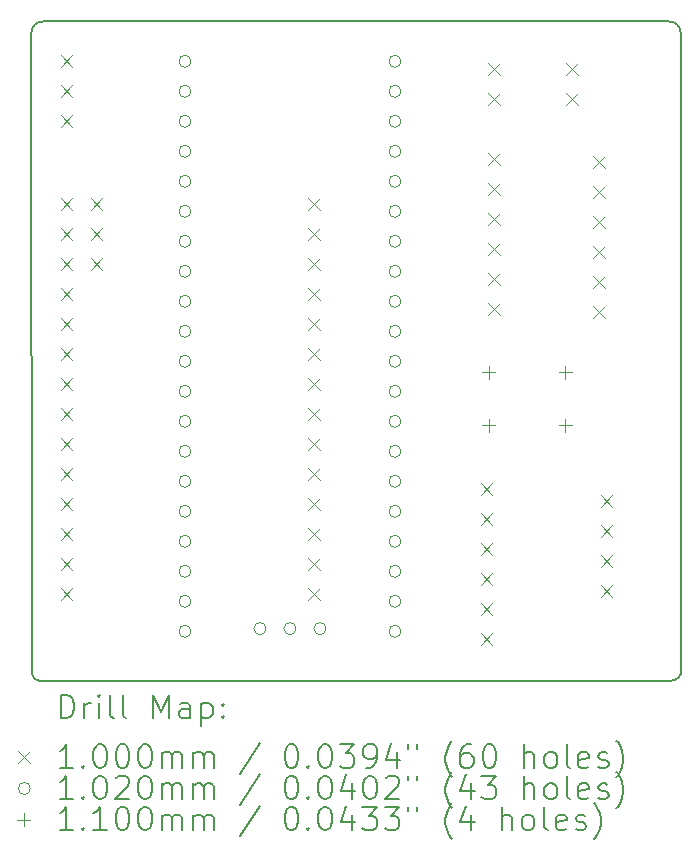
<source format=gbr>
%FSLAX45Y45*%
G04 Gerber Fmt 4.5, Leading zero omitted, Abs format (unit mm)*
G04 Created by KiCad (PCBNEW (6.0.0)) date 2022-03-22 13:40:35*
%MOMM*%
%LPD*%
G01*
G04 APERTURE LIST*
%TA.AperFunction,Profile*%
%ADD10C,0.150000*%
%TD*%
%ADD11C,0.200000*%
%ADD12C,0.100000*%
%ADD13C,0.102000*%
%ADD14C,0.110000*%
G04 APERTURE END LIST*
D10*
X18510250Y-13182600D02*
X13169900Y-13182600D01*
X13200000Y-7600000D02*
X18500000Y-7600000D01*
X18600000Y-7700000D02*
G75*
G03*
X18500000Y-7600000I-100000J0D01*
G01*
X18510250Y-13182600D02*
G75*
G03*
X18605500Y-13093700I6139J88900D01*
G01*
X13106400Y-13119100D02*
G75*
G03*
X13169900Y-13182600I63500J0D01*
G01*
X13200000Y-7600000D02*
G75*
G03*
X13100000Y-7700000I0J-100000D01*
G01*
X13100000Y-7700000D02*
X13106400Y-13119100D01*
X18600000Y-7700000D02*
X18605500Y-13093700D01*
D11*
D12*
X13348500Y-7887500D02*
X13448500Y-7987500D01*
X13448500Y-7887500D02*
X13348500Y-7987500D01*
X13348500Y-8141500D02*
X13448500Y-8241500D01*
X13448500Y-8141500D02*
X13348500Y-8241500D01*
X13348500Y-8395500D02*
X13448500Y-8495500D01*
X13448500Y-8395500D02*
X13348500Y-8495500D01*
X13348500Y-9094000D02*
X13448500Y-9194000D01*
X13448500Y-9094000D02*
X13348500Y-9194000D01*
X13348500Y-9348000D02*
X13448500Y-9448000D01*
X13448500Y-9348000D02*
X13348500Y-9448000D01*
X13348500Y-9602000D02*
X13448500Y-9702000D01*
X13448500Y-9602000D02*
X13348500Y-9702000D01*
X13348500Y-9856000D02*
X13448500Y-9956000D01*
X13448500Y-9856000D02*
X13348500Y-9956000D01*
X13348500Y-10110000D02*
X13448500Y-10210000D01*
X13448500Y-10110000D02*
X13348500Y-10210000D01*
X13348500Y-10364000D02*
X13448500Y-10464000D01*
X13448500Y-10364000D02*
X13348500Y-10464000D01*
X13348500Y-10618000D02*
X13448500Y-10718000D01*
X13448500Y-10618000D02*
X13348500Y-10718000D01*
X13348500Y-10872000D02*
X13448500Y-10972000D01*
X13448500Y-10872000D02*
X13348500Y-10972000D01*
X13348500Y-11126000D02*
X13448500Y-11226000D01*
X13448500Y-11126000D02*
X13348500Y-11226000D01*
X13348500Y-11380000D02*
X13448500Y-11480000D01*
X13448500Y-11380000D02*
X13348500Y-11480000D01*
X13348500Y-11634000D02*
X13448500Y-11734000D01*
X13448500Y-11634000D02*
X13348500Y-11734000D01*
X13348500Y-11888000D02*
X13448500Y-11988000D01*
X13448500Y-11888000D02*
X13348500Y-11988000D01*
X13348500Y-12142000D02*
X13448500Y-12242000D01*
X13448500Y-12142000D02*
X13348500Y-12242000D01*
X13348500Y-12396000D02*
X13448500Y-12496000D01*
X13448500Y-12396000D02*
X13348500Y-12496000D01*
X13602500Y-9094000D02*
X13702500Y-9194000D01*
X13702500Y-9094000D02*
X13602500Y-9194000D01*
X13602500Y-9348000D02*
X13702500Y-9448000D01*
X13702500Y-9348000D02*
X13602500Y-9448000D01*
X13602500Y-9602000D02*
X13702500Y-9702000D01*
X13702500Y-9602000D02*
X13602500Y-9702000D01*
X15444000Y-9094000D02*
X15544000Y-9194000D01*
X15544000Y-9094000D02*
X15444000Y-9194000D01*
X15444000Y-9348000D02*
X15544000Y-9448000D01*
X15544000Y-9348000D02*
X15444000Y-9448000D01*
X15444000Y-9602000D02*
X15544000Y-9702000D01*
X15544000Y-9602000D02*
X15444000Y-9702000D01*
X15444000Y-9856000D02*
X15544000Y-9956000D01*
X15544000Y-9856000D02*
X15444000Y-9956000D01*
X15444000Y-10110000D02*
X15544000Y-10210000D01*
X15544000Y-10110000D02*
X15444000Y-10210000D01*
X15444000Y-10364000D02*
X15544000Y-10464000D01*
X15544000Y-10364000D02*
X15444000Y-10464000D01*
X15444000Y-10618000D02*
X15544000Y-10718000D01*
X15544000Y-10618000D02*
X15444000Y-10718000D01*
X15444000Y-10872000D02*
X15544000Y-10972000D01*
X15544000Y-10872000D02*
X15444000Y-10972000D01*
X15444000Y-11126000D02*
X15544000Y-11226000D01*
X15544000Y-11126000D02*
X15444000Y-11226000D01*
X15444000Y-11380000D02*
X15544000Y-11480000D01*
X15544000Y-11380000D02*
X15444000Y-11480000D01*
X15444000Y-11634000D02*
X15544000Y-11734000D01*
X15544000Y-11634000D02*
X15444000Y-11734000D01*
X15444000Y-11888000D02*
X15544000Y-11988000D01*
X15544000Y-11888000D02*
X15444000Y-11988000D01*
X15444000Y-12142000D02*
X15544000Y-12242000D01*
X15544000Y-12142000D02*
X15444000Y-12242000D01*
X15444000Y-12396000D02*
X15544000Y-12496000D01*
X15544000Y-12396000D02*
X15444000Y-12496000D01*
X16904500Y-11507000D02*
X17004500Y-11607000D01*
X17004500Y-11507000D02*
X16904500Y-11607000D01*
X16904500Y-11761000D02*
X17004500Y-11861000D01*
X17004500Y-11761000D02*
X16904500Y-11861000D01*
X16904500Y-12015000D02*
X17004500Y-12115000D01*
X17004500Y-12015000D02*
X16904500Y-12115000D01*
X16904500Y-12269000D02*
X17004500Y-12369000D01*
X17004500Y-12269000D02*
X16904500Y-12369000D01*
X16904500Y-12523000D02*
X17004500Y-12623000D01*
X17004500Y-12523000D02*
X16904500Y-12623000D01*
X16904500Y-12777000D02*
X17004500Y-12877000D01*
X17004500Y-12777000D02*
X16904500Y-12877000D01*
X16968000Y-7951000D02*
X17068000Y-8051000D01*
X17068000Y-7951000D02*
X16968000Y-8051000D01*
X16968000Y-8205000D02*
X17068000Y-8305000D01*
X17068000Y-8205000D02*
X16968000Y-8305000D01*
X16968000Y-8713000D02*
X17068000Y-8813000D01*
X17068000Y-8713000D02*
X16968000Y-8813000D01*
X16968000Y-8967000D02*
X17068000Y-9067000D01*
X17068000Y-8967000D02*
X16968000Y-9067000D01*
X16968000Y-9221000D02*
X17068000Y-9321000D01*
X17068000Y-9221000D02*
X16968000Y-9321000D01*
X16968000Y-9475000D02*
X17068000Y-9575000D01*
X17068000Y-9475000D02*
X16968000Y-9575000D01*
X16968000Y-9729000D02*
X17068000Y-9829000D01*
X17068000Y-9729000D02*
X16968000Y-9829000D01*
X16968000Y-9983000D02*
X17068000Y-10083000D01*
X17068000Y-9983000D02*
X16968000Y-10083000D01*
X17628400Y-7950500D02*
X17728400Y-8050500D01*
X17728400Y-7950500D02*
X17628400Y-8050500D01*
X17628400Y-8204500D02*
X17728400Y-8304500D01*
X17728400Y-8204500D02*
X17628400Y-8304500D01*
X17857000Y-8738400D02*
X17957000Y-8838400D01*
X17957000Y-8738400D02*
X17857000Y-8838400D01*
X17857000Y-8992400D02*
X17957000Y-9092400D01*
X17957000Y-8992400D02*
X17857000Y-9092400D01*
X17857000Y-9246400D02*
X17957000Y-9346400D01*
X17957000Y-9246400D02*
X17857000Y-9346400D01*
X17857000Y-9500400D02*
X17957000Y-9600400D01*
X17957000Y-9500400D02*
X17857000Y-9600400D01*
X17857000Y-9754400D02*
X17957000Y-9854400D01*
X17957000Y-9754400D02*
X17857000Y-9854400D01*
X17857000Y-10008400D02*
X17957000Y-10108400D01*
X17957000Y-10008400D02*
X17857000Y-10108400D01*
X17920500Y-11608600D02*
X18020500Y-11708600D01*
X18020500Y-11608600D02*
X17920500Y-11708600D01*
X17920500Y-11862600D02*
X18020500Y-11962600D01*
X18020500Y-11862600D02*
X17920500Y-11962600D01*
X17920500Y-12116600D02*
X18020500Y-12216600D01*
X18020500Y-12116600D02*
X17920500Y-12216600D01*
X17920500Y-12370600D02*
X18020500Y-12470600D01*
X18020500Y-12370600D02*
X17920500Y-12470600D01*
D13*
X14452800Y-7937500D02*
G75*
G03*
X14452800Y-7937500I-51000J0D01*
G01*
X14452800Y-8191500D02*
G75*
G03*
X14452800Y-8191500I-51000J0D01*
G01*
X14452800Y-8445500D02*
G75*
G03*
X14452800Y-8445500I-51000J0D01*
G01*
X14452800Y-8699500D02*
G75*
G03*
X14452800Y-8699500I-51000J0D01*
G01*
X14452800Y-8953500D02*
G75*
G03*
X14452800Y-8953500I-51000J0D01*
G01*
X14452800Y-9207500D02*
G75*
G03*
X14452800Y-9207500I-51000J0D01*
G01*
X14452800Y-9461500D02*
G75*
G03*
X14452800Y-9461500I-51000J0D01*
G01*
X14452800Y-9715500D02*
G75*
G03*
X14452800Y-9715500I-51000J0D01*
G01*
X14452800Y-9969500D02*
G75*
G03*
X14452800Y-9969500I-51000J0D01*
G01*
X14452800Y-10223500D02*
G75*
G03*
X14452800Y-10223500I-51000J0D01*
G01*
X14452800Y-10477500D02*
G75*
G03*
X14452800Y-10477500I-51000J0D01*
G01*
X14452800Y-10731500D02*
G75*
G03*
X14452800Y-10731500I-51000J0D01*
G01*
X14452800Y-10985500D02*
G75*
G03*
X14452800Y-10985500I-51000J0D01*
G01*
X14452800Y-11239500D02*
G75*
G03*
X14452800Y-11239500I-51000J0D01*
G01*
X14452800Y-11493500D02*
G75*
G03*
X14452800Y-11493500I-51000J0D01*
G01*
X14452800Y-11747500D02*
G75*
G03*
X14452800Y-11747500I-51000J0D01*
G01*
X14452800Y-12001500D02*
G75*
G03*
X14452800Y-12001500I-51000J0D01*
G01*
X14452800Y-12255500D02*
G75*
G03*
X14452800Y-12255500I-51000J0D01*
G01*
X14452800Y-12509500D02*
G75*
G03*
X14452800Y-12509500I-51000J0D01*
G01*
X14452800Y-12763500D02*
G75*
G03*
X14452800Y-12763500I-51000J0D01*
G01*
X15087800Y-12740500D02*
G75*
G03*
X15087800Y-12740500I-51000J0D01*
G01*
X15341800Y-12740500D02*
G75*
G03*
X15341800Y-12740500I-51000J0D01*
G01*
X15595800Y-12740500D02*
G75*
G03*
X15595800Y-12740500I-51000J0D01*
G01*
X16230800Y-7937500D02*
G75*
G03*
X16230800Y-7937500I-51000J0D01*
G01*
X16230800Y-8191500D02*
G75*
G03*
X16230800Y-8191500I-51000J0D01*
G01*
X16230800Y-8445500D02*
G75*
G03*
X16230800Y-8445500I-51000J0D01*
G01*
X16230800Y-8699500D02*
G75*
G03*
X16230800Y-8699500I-51000J0D01*
G01*
X16230800Y-8953500D02*
G75*
G03*
X16230800Y-8953500I-51000J0D01*
G01*
X16230800Y-9207500D02*
G75*
G03*
X16230800Y-9207500I-51000J0D01*
G01*
X16230800Y-9461500D02*
G75*
G03*
X16230800Y-9461500I-51000J0D01*
G01*
X16230800Y-9715500D02*
G75*
G03*
X16230800Y-9715500I-51000J0D01*
G01*
X16230800Y-9969500D02*
G75*
G03*
X16230800Y-9969500I-51000J0D01*
G01*
X16230800Y-10223500D02*
G75*
G03*
X16230800Y-10223500I-51000J0D01*
G01*
X16230800Y-10477500D02*
G75*
G03*
X16230800Y-10477500I-51000J0D01*
G01*
X16230800Y-10731500D02*
G75*
G03*
X16230800Y-10731500I-51000J0D01*
G01*
X16230800Y-10985500D02*
G75*
G03*
X16230800Y-10985500I-51000J0D01*
G01*
X16230800Y-11239500D02*
G75*
G03*
X16230800Y-11239500I-51000J0D01*
G01*
X16230800Y-11493500D02*
G75*
G03*
X16230800Y-11493500I-51000J0D01*
G01*
X16230800Y-11747500D02*
G75*
G03*
X16230800Y-11747500I-51000J0D01*
G01*
X16230800Y-12001500D02*
G75*
G03*
X16230800Y-12001500I-51000J0D01*
G01*
X16230800Y-12255500D02*
G75*
G03*
X16230800Y-12255500I-51000J0D01*
G01*
X16230800Y-12509500D02*
G75*
G03*
X16230800Y-12509500I-51000J0D01*
G01*
X16230800Y-12763500D02*
G75*
G03*
X16230800Y-12763500I-51000J0D01*
G01*
D14*
X16972400Y-10515000D02*
X16972400Y-10625000D01*
X16917400Y-10570000D02*
X17027400Y-10570000D01*
X16972400Y-10965000D02*
X16972400Y-11075000D01*
X16917400Y-11020000D02*
X17027400Y-11020000D01*
X17622400Y-10515000D02*
X17622400Y-10625000D01*
X17567400Y-10570000D02*
X17677400Y-10570000D01*
X17622400Y-10965000D02*
X17622400Y-11075000D01*
X17567400Y-11020000D02*
X17677400Y-11020000D01*
D11*
X13350119Y-13500788D02*
X13350119Y-13300788D01*
X13397738Y-13300788D01*
X13426309Y-13310312D01*
X13445357Y-13329359D01*
X13454881Y-13348407D01*
X13464405Y-13386502D01*
X13464405Y-13415074D01*
X13454881Y-13453169D01*
X13445357Y-13472216D01*
X13426309Y-13491264D01*
X13397738Y-13500788D01*
X13350119Y-13500788D01*
X13550119Y-13500788D02*
X13550119Y-13367454D01*
X13550119Y-13405550D02*
X13559643Y-13386502D01*
X13569167Y-13376978D01*
X13588214Y-13367454D01*
X13607262Y-13367454D01*
X13673928Y-13500788D02*
X13673928Y-13367454D01*
X13673928Y-13300788D02*
X13664405Y-13310312D01*
X13673928Y-13319835D01*
X13683452Y-13310312D01*
X13673928Y-13300788D01*
X13673928Y-13319835D01*
X13797738Y-13500788D02*
X13778690Y-13491264D01*
X13769167Y-13472216D01*
X13769167Y-13300788D01*
X13902500Y-13500788D02*
X13883452Y-13491264D01*
X13873928Y-13472216D01*
X13873928Y-13300788D01*
X14131071Y-13500788D02*
X14131071Y-13300788D01*
X14197738Y-13443645D01*
X14264405Y-13300788D01*
X14264405Y-13500788D01*
X14445357Y-13500788D02*
X14445357Y-13396026D01*
X14435833Y-13376978D01*
X14416786Y-13367454D01*
X14378690Y-13367454D01*
X14359643Y-13376978D01*
X14445357Y-13491264D02*
X14426309Y-13500788D01*
X14378690Y-13500788D01*
X14359643Y-13491264D01*
X14350119Y-13472216D01*
X14350119Y-13453169D01*
X14359643Y-13434121D01*
X14378690Y-13424597D01*
X14426309Y-13424597D01*
X14445357Y-13415074D01*
X14540595Y-13367454D02*
X14540595Y-13567454D01*
X14540595Y-13376978D02*
X14559643Y-13367454D01*
X14597738Y-13367454D01*
X14616786Y-13376978D01*
X14626309Y-13386502D01*
X14635833Y-13405550D01*
X14635833Y-13462693D01*
X14626309Y-13481740D01*
X14616786Y-13491264D01*
X14597738Y-13500788D01*
X14559643Y-13500788D01*
X14540595Y-13491264D01*
X14721548Y-13481740D02*
X14731071Y-13491264D01*
X14721548Y-13500788D01*
X14712024Y-13491264D01*
X14721548Y-13481740D01*
X14721548Y-13500788D01*
X14721548Y-13376978D02*
X14731071Y-13386502D01*
X14721548Y-13396026D01*
X14712024Y-13386502D01*
X14721548Y-13376978D01*
X14721548Y-13396026D01*
D12*
X12992500Y-13780312D02*
X13092500Y-13880312D01*
X13092500Y-13780312D02*
X12992500Y-13880312D01*
D11*
X13454881Y-13920788D02*
X13340595Y-13920788D01*
X13397738Y-13920788D02*
X13397738Y-13720788D01*
X13378690Y-13749359D01*
X13359643Y-13768407D01*
X13340595Y-13777931D01*
X13540595Y-13901740D02*
X13550119Y-13911264D01*
X13540595Y-13920788D01*
X13531071Y-13911264D01*
X13540595Y-13901740D01*
X13540595Y-13920788D01*
X13673928Y-13720788D02*
X13692976Y-13720788D01*
X13712024Y-13730312D01*
X13721548Y-13739835D01*
X13731071Y-13758883D01*
X13740595Y-13796978D01*
X13740595Y-13844597D01*
X13731071Y-13882693D01*
X13721548Y-13901740D01*
X13712024Y-13911264D01*
X13692976Y-13920788D01*
X13673928Y-13920788D01*
X13654881Y-13911264D01*
X13645357Y-13901740D01*
X13635833Y-13882693D01*
X13626309Y-13844597D01*
X13626309Y-13796978D01*
X13635833Y-13758883D01*
X13645357Y-13739835D01*
X13654881Y-13730312D01*
X13673928Y-13720788D01*
X13864405Y-13720788D02*
X13883452Y-13720788D01*
X13902500Y-13730312D01*
X13912024Y-13739835D01*
X13921548Y-13758883D01*
X13931071Y-13796978D01*
X13931071Y-13844597D01*
X13921548Y-13882693D01*
X13912024Y-13901740D01*
X13902500Y-13911264D01*
X13883452Y-13920788D01*
X13864405Y-13920788D01*
X13845357Y-13911264D01*
X13835833Y-13901740D01*
X13826309Y-13882693D01*
X13816786Y-13844597D01*
X13816786Y-13796978D01*
X13826309Y-13758883D01*
X13835833Y-13739835D01*
X13845357Y-13730312D01*
X13864405Y-13720788D01*
X14054881Y-13720788D02*
X14073928Y-13720788D01*
X14092976Y-13730312D01*
X14102500Y-13739835D01*
X14112024Y-13758883D01*
X14121548Y-13796978D01*
X14121548Y-13844597D01*
X14112024Y-13882693D01*
X14102500Y-13901740D01*
X14092976Y-13911264D01*
X14073928Y-13920788D01*
X14054881Y-13920788D01*
X14035833Y-13911264D01*
X14026309Y-13901740D01*
X14016786Y-13882693D01*
X14007262Y-13844597D01*
X14007262Y-13796978D01*
X14016786Y-13758883D01*
X14026309Y-13739835D01*
X14035833Y-13730312D01*
X14054881Y-13720788D01*
X14207262Y-13920788D02*
X14207262Y-13787454D01*
X14207262Y-13806502D02*
X14216786Y-13796978D01*
X14235833Y-13787454D01*
X14264405Y-13787454D01*
X14283452Y-13796978D01*
X14292976Y-13816026D01*
X14292976Y-13920788D01*
X14292976Y-13816026D02*
X14302500Y-13796978D01*
X14321548Y-13787454D01*
X14350119Y-13787454D01*
X14369167Y-13796978D01*
X14378690Y-13816026D01*
X14378690Y-13920788D01*
X14473928Y-13920788D02*
X14473928Y-13787454D01*
X14473928Y-13806502D02*
X14483452Y-13796978D01*
X14502500Y-13787454D01*
X14531071Y-13787454D01*
X14550119Y-13796978D01*
X14559643Y-13816026D01*
X14559643Y-13920788D01*
X14559643Y-13816026D02*
X14569167Y-13796978D01*
X14588214Y-13787454D01*
X14616786Y-13787454D01*
X14635833Y-13796978D01*
X14645357Y-13816026D01*
X14645357Y-13920788D01*
X15035833Y-13711264D02*
X14864405Y-13968407D01*
X15292976Y-13720788D02*
X15312024Y-13720788D01*
X15331071Y-13730312D01*
X15340595Y-13739835D01*
X15350119Y-13758883D01*
X15359643Y-13796978D01*
X15359643Y-13844597D01*
X15350119Y-13882693D01*
X15340595Y-13901740D01*
X15331071Y-13911264D01*
X15312024Y-13920788D01*
X15292976Y-13920788D01*
X15273928Y-13911264D01*
X15264405Y-13901740D01*
X15254881Y-13882693D01*
X15245357Y-13844597D01*
X15245357Y-13796978D01*
X15254881Y-13758883D01*
X15264405Y-13739835D01*
X15273928Y-13730312D01*
X15292976Y-13720788D01*
X15445357Y-13901740D02*
X15454881Y-13911264D01*
X15445357Y-13920788D01*
X15435833Y-13911264D01*
X15445357Y-13901740D01*
X15445357Y-13920788D01*
X15578690Y-13720788D02*
X15597738Y-13720788D01*
X15616786Y-13730312D01*
X15626309Y-13739835D01*
X15635833Y-13758883D01*
X15645357Y-13796978D01*
X15645357Y-13844597D01*
X15635833Y-13882693D01*
X15626309Y-13901740D01*
X15616786Y-13911264D01*
X15597738Y-13920788D01*
X15578690Y-13920788D01*
X15559643Y-13911264D01*
X15550119Y-13901740D01*
X15540595Y-13882693D01*
X15531071Y-13844597D01*
X15531071Y-13796978D01*
X15540595Y-13758883D01*
X15550119Y-13739835D01*
X15559643Y-13730312D01*
X15578690Y-13720788D01*
X15712024Y-13720788D02*
X15835833Y-13720788D01*
X15769167Y-13796978D01*
X15797738Y-13796978D01*
X15816786Y-13806502D01*
X15826309Y-13816026D01*
X15835833Y-13835074D01*
X15835833Y-13882693D01*
X15826309Y-13901740D01*
X15816786Y-13911264D01*
X15797738Y-13920788D01*
X15740595Y-13920788D01*
X15721548Y-13911264D01*
X15712024Y-13901740D01*
X15931071Y-13920788D02*
X15969167Y-13920788D01*
X15988214Y-13911264D01*
X15997738Y-13901740D01*
X16016786Y-13873169D01*
X16026309Y-13835074D01*
X16026309Y-13758883D01*
X16016786Y-13739835D01*
X16007262Y-13730312D01*
X15988214Y-13720788D01*
X15950119Y-13720788D01*
X15931071Y-13730312D01*
X15921548Y-13739835D01*
X15912024Y-13758883D01*
X15912024Y-13806502D01*
X15921548Y-13825550D01*
X15931071Y-13835074D01*
X15950119Y-13844597D01*
X15988214Y-13844597D01*
X16007262Y-13835074D01*
X16016786Y-13825550D01*
X16026309Y-13806502D01*
X16197738Y-13787454D02*
X16197738Y-13920788D01*
X16150119Y-13711264D02*
X16102500Y-13854121D01*
X16226309Y-13854121D01*
X16292976Y-13720788D02*
X16292976Y-13758883D01*
X16369167Y-13720788D02*
X16369167Y-13758883D01*
X16664405Y-13996978D02*
X16654881Y-13987454D01*
X16635833Y-13958883D01*
X16626309Y-13939835D01*
X16616786Y-13911264D01*
X16607262Y-13863645D01*
X16607262Y-13825550D01*
X16616786Y-13777931D01*
X16626309Y-13749359D01*
X16635833Y-13730312D01*
X16654881Y-13701740D01*
X16664405Y-13692216D01*
X16826310Y-13720788D02*
X16788214Y-13720788D01*
X16769167Y-13730312D01*
X16759643Y-13739835D01*
X16740595Y-13768407D01*
X16731071Y-13806502D01*
X16731071Y-13882693D01*
X16740595Y-13901740D01*
X16750119Y-13911264D01*
X16769167Y-13920788D01*
X16807262Y-13920788D01*
X16826310Y-13911264D01*
X16835833Y-13901740D01*
X16845357Y-13882693D01*
X16845357Y-13835074D01*
X16835833Y-13816026D01*
X16826310Y-13806502D01*
X16807262Y-13796978D01*
X16769167Y-13796978D01*
X16750119Y-13806502D01*
X16740595Y-13816026D01*
X16731071Y-13835074D01*
X16969167Y-13720788D02*
X16988214Y-13720788D01*
X17007262Y-13730312D01*
X17016786Y-13739835D01*
X17026310Y-13758883D01*
X17035833Y-13796978D01*
X17035833Y-13844597D01*
X17026310Y-13882693D01*
X17016786Y-13901740D01*
X17007262Y-13911264D01*
X16988214Y-13920788D01*
X16969167Y-13920788D01*
X16950119Y-13911264D01*
X16940595Y-13901740D01*
X16931071Y-13882693D01*
X16921548Y-13844597D01*
X16921548Y-13796978D01*
X16931071Y-13758883D01*
X16940595Y-13739835D01*
X16950119Y-13730312D01*
X16969167Y-13720788D01*
X17273929Y-13920788D02*
X17273929Y-13720788D01*
X17359643Y-13920788D02*
X17359643Y-13816026D01*
X17350119Y-13796978D01*
X17331071Y-13787454D01*
X17302500Y-13787454D01*
X17283452Y-13796978D01*
X17273929Y-13806502D01*
X17483452Y-13920788D02*
X17464405Y-13911264D01*
X17454881Y-13901740D01*
X17445357Y-13882693D01*
X17445357Y-13825550D01*
X17454881Y-13806502D01*
X17464405Y-13796978D01*
X17483452Y-13787454D01*
X17512024Y-13787454D01*
X17531071Y-13796978D01*
X17540595Y-13806502D01*
X17550119Y-13825550D01*
X17550119Y-13882693D01*
X17540595Y-13901740D01*
X17531071Y-13911264D01*
X17512024Y-13920788D01*
X17483452Y-13920788D01*
X17664405Y-13920788D02*
X17645357Y-13911264D01*
X17635833Y-13892216D01*
X17635833Y-13720788D01*
X17816786Y-13911264D02*
X17797738Y-13920788D01*
X17759643Y-13920788D01*
X17740595Y-13911264D01*
X17731071Y-13892216D01*
X17731071Y-13816026D01*
X17740595Y-13796978D01*
X17759643Y-13787454D01*
X17797738Y-13787454D01*
X17816786Y-13796978D01*
X17826310Y-13816026D01*
X17826310Y-13835074D01*
X17731071Y-13854121D01*
X17902500Y-13911264D02*
X17921548Y-13920788D01*
X17959643Y-13920788D01*
X17978690Y-13911264D01*
X17988214Y-13892216D01*
X17988214Y-13882693D01*
X17978690Y-13863645D01*
X17959643Y-13854121D01*
X17931071Y-13854121D01*
X17912024Y-13844597D01*
X17902500Y-13825550D01*
X17902500Y-13816026D01*
X17912024Y-13796978D01*
X17931071Y-13787454D01*
X17959643Y-13787454D01*
X17978690Y-13796978D01*
X18054881Y-13996978D02*
X18064405Y-13987454D01*
X18083452Y-13958883D01*
X18092976Y-13939835D01*
X18102500Y-13911264D01*
X18112024Y-13863645D01*
X18112024Y-13825550D01*
X18102500Y-13777931D01*
X18092976Y-13749359D01*
X18083452Y-13730312D01*
X18064405Y-13701740D01*
X18054881Y-13692216D01*
D13*
X13092500Y-14094312D02*
G75*
G03*
X13092500Y-14094312I-51000J0D01*
G01*
D11*
X13454881Y-14184788D02*
X13340595Y-14184788D01*
X13397738Y-14184788D02*
X13397738Y-13984788D01*
X13378690Y-14013359D01*
X13359643Y-14032407D01*
X13340595Y-14041931D01*
X13540595Y-14165740D02*
X13550119Y-14175264D01*
X13540595Y-14184788D01*
X13531071Y-14175264D01*
X13540595Y-14165740D01*
X13540595Y-14184788D01*
X13673928Y-13984788D02*
X13692976Y-13984788D01*
X13712024Y-13994312D01*
X13721548Y-14003835D01*
X13731071Y-14022883D01*
X13740595Y-14060978D01*
X13740595Y-14108597D01*
X13731071Y-14146693D01*
X13721548Y-14165740D01*
X13712024Y-14175264D01*
X13692976Y-14184788D01*
X13673928Y-14184788D01*
X13654881Y-14175264D01*
X13645357Y-14165740D01*
X13635833Y-14146693D01*
X13626309Y-14108597D01*
X13626309Y-14060978D01*
X13635833Y-14022883D01*
X13645357Y-14003835D01*
X13654881Y-13994312D01*
X13673928Y-13984788D01*
X13816786Y-14003835D02*
X13826309Y-13994312D01*
X13845357Y-13984788D01*
X13892976Y-13984788D01*
X13912024Y-13994312D01*
X13921548Y-14003835D01*
X13931071Y-14022883D01*
X13931071Y-14041931D01*
X13921548Y-14070502D01*
X13807262Y-14184788D01*
X13931071Y-14184788D01*
X14054881Y-13984788D02*
X14073928Y-13984788D01*
X14092976Y-13994312D01*
X14102500Y-14003835D01*
X14112024Y-14022883D01*
X14121548Y-14060978D01*
X14121548Y-14108597D01*
X14112024Y-14146693D01*
X14102500Y-14165740D01*
X14092976Y-14175264D01*
X14073928Y-14184788D01*
X14054881Y-14184788D01*
X14035833Y-14175264D01*
X14026309Y-14165740D01*
X14016786Y-14146693D01*
X14007262Y-14108597D01*
X14007262Y-14060978D01*
X14016786Y-14022883D01*
X14026309Y-14003835D01*
X14035833Y-13994312D01*
X14054881Y-13984788D01*
X14207262Y-14184788D02*
X14207262Y-14051454D01*
X14207262Y-14070502D02*
X14216786Y-14060978D01*
X14235833Y-14051454D01*
X14264405Y-14051454D01*
X14283452Y-14060978D01*
X14292976Y-14080026D01*
X14292976Y-14184788D01*
X14292976Y-14080026D02*
X14302500Y-14060978D01*
X14321548Y-14051454D01*
X14350119Y-14051454D01*
X14369167Y-14060978D01*
X14378690Y-14080026D01*
X14378690Y-14184788D01*
X14473928Y-14184788D02*
X14473928Y-14051454D01*
X14473928Y-14070502D02*
X14483452Y-14060978D01*
X14502500Y-14051454D01*
X14531071Y-14051454D01*
X14550119Y-14060978D01*
X14559643Y-14080026D01*
X14559643Y-14184788D01*
X14559643Y-14080026D02*
X14569167Y-14060978D01*
X14588214Y-14051454D01*
X14616786Y-14051454D01*
X14635833Y-14060978D01*
X14645357Y-14080026D01*
X14645357Y-14184788D01*
X15035833Y-13975264D02*
X14864405Y-14232407D01*
X15292976Y-13984788D02*
X15312024Y-13984788D01*
X15331071Y-13994312D01*
X15340595Y-14003835D01*
X15350119Y-14022883D01*
X15359643Y-14060978D01*
X15359643Y-14108597D01*
X15350119Y-14146693D01*
X15340595Y-14165740D01*
X15331071Y-14175264D01*
X15312024Y-14184788D01*
X15292976Y-14184788D01*
X15273928Y-14175264D01*
X15264405Y-14165740D01*
X15254881Y-14146693D01*
X15245357Y-14108597D01*
X15245357Y-14060978D01*
X15254881Y-14022883D01*
X15264405Y-14003835D01*
X15273928Y-13994312D01*
X15292976Y-13984788D01*
X15445357Y-14165740D02*
X15454881Y-14175264D01*
X15445357Y-14184788D01*
X15435833Y-14175264D01*
X15445357Y-14165740D01*
X15445357Y-14184788D01*
X15578690Y-13984788D02*
X15597738Y-13984788D01*
X15616786Y-13994312D01*
X15626309Y-14003835D01*
X15635833Y-14022883D01*
X15645357Y-14060978D01*
X15645357Y-14108597D01*
X15635833Y-14146693D01*
X15626309Y-14165740D01*
X15616786Y-14175264D01*
X15597738Y-14184788D01*
X15578690Y-14184788D01*
X15559643Y-14175264D01*
X15550119Y-14165740D01*
X15540595Y-14146693D01*
X15531071Y-14108597D01*
X15531071Y-14060978D01*
X15540595Y-14022883D01*
X15550119Y-14003835D01*
X15559643Y-13994312D01*
X15578690Y-13984788D01*
X15816786Y-14051454D02*
X15816786Y-14184788D01*
X15769167Y-13975264D02*
X15721548Y-14118121D01*
X15845357Y-14118121D01*
X15959643Y-13984788D02*
X15978690Y-13984788D01*
X15997738Y-13994312D01*
X16007262Y-14003835D01*
X16016786Y-14022883D01*
X16026309Y-14060978D01*
X16026309Y-14108597D01*
X16016786Y-14146693D01*
X16007262Y-14165740D01*
X15997738Y-14175264D01*
X15978690Y-14184788D01*
X15959643Y-14184788D01*
X15940595Y-14175264D01*
X15931071Y-14165740D01*
X15921548Y-14146693D01*
X15912024Y-14108597D01*
X15912024Y-14060978D01*
X15921548Y-14022883D01*
X15931071Y-14003835D01*
X15940595Y-13994312D01*
X15959643Y-13984788D01*
X16102500Y-14003835D02*
X16112024Y-13994312D01*
X16131071Y-13984788D01*
X16178690Y-13984788D01*
X16197738Y-13994312D01*
X16207262Y-14003835D01*
X16216786Y-14022883D01*
X16216786Y-14041931D01*
X16207262Y-14070502D01*
X16092976Y-14184788D01*
X16216786Y-14184788D01*
X16292976Y-13984788D02*
X16292976Y-14022883D01*
X16369167Y-13984788D02*
X16369167Y-14022883D01*
X16664405Y-14260978D02*
X16654881Y-14251454D01*
X16635833Y-14222883D01*
X16626309Y-14203835D01*
X16616786Y-14175264D01*
X16607262Y-14127645D01*
X16607262Y-14089550D01*
X16616786Y-14041931D01*
X16626309Y-14013359D01*
X16635833Y-13994312D01*
X16654881Y-13965740D01*
X16664405Y-13956216D01*
X16826310Y-14051454D02*
X16826310Y-14184788D01*
X16778690Y-13975264D02*
X16731071Y-14118121D01*
X16854881Y-14118121D01*
X16912024Y-13984788D02*
X17035833Y-13984788D01*
X16969167Y-14060978D01*
X16997738Y-14060978D01*
X17016786Y-14070502D01*
X17026310Y-14080026D01*
X17035833Y-14099074D01*
X17035833Y-14146693D01*
X17026310Y-14165740D01*
X17016786Y-14175264D01*
X16997738Y-14184788D01*
X16940595Y-14184788D01*
X16921548Y-14175264D01*
X16912024Y-14165740D01*
X17273929Y-14184788D02*
X17273929Y-13984788D01*
X17359643Y-14184788D02*
X17359643Y-14080026D01*
X17350119Y-14060978D01*
X17331071Y-14051454D01*
X17302500Y-14051454D01*
X17283452Y-14060978D01*
X17273929Y-14070502D01*
X17483452Y-14184788D02*
X17464405Y-14175264D01*
X17454881Y-14165740D01*
X17445357Y-14146693D01*
X17445357Y-14089550D01*
X17454881Y-14070502D01*
X17464405Y-14060978D01*
X17483452Y-14051454D01*
X17512024Y-14051454D01*
X17531071Y-14060978D01*
X17540595Y-14070502D01*
X17550119Y-14089550D01*
X17550119Y-14146693D01*
X17540595Y-14165740D01*
X17531071Y-14175264D01*
X17512024Y-14184788D01*
X17483452Y-14184788D01*
X17664405Y-14184788D02*
X17645357Y-14175264D01*
X17635833Y-14156216D01*
X17635833Y-13984788D01*
X17816786Y-14175264D02*
X17797738Y-14184788D01*
X17759643Y-14184788D01*
X17740595Y-14175264D01*
X17731071Y-14156216D01*
X17731071Y-14080026D01*
X17740595Y-14060978D01*
X17759643Y-14051454D01*
X17797738Y-14051454D01*
X17816786Y-14060978D01*
X17826310Y-14080026D01*
X17826310Y-14099074D01*
X17731071Y-14118121D01*
X17902500Y-14175264D02*
X17921548Y-14184788D01*
X17959643Y-14184788D01*
X17978690Y-14175264D01*
X17988214Y-14156216D01*
X17988214Y-14146693D01*
X17978690Y-14127645D01*
X17959643Y-14118121D01*
X17931071Y-14118121D01*
X17912024Y-14108597D01*
X17902500Y-14089550D01*
X17902500Y-14080026D01*
X17912024Y-14060978D01*
X17931071Y-14051454D01*
X17959643Y-14051454D01*
X17978690Y-14060978D01*
X18054881Y-14260978D02*
X18064405Y-14251454D01*
X18083452Y-14222883D01*
X18092976Y-14203835D01*
X18102500Y-14175264D01*
X18112024Y-14127645D01*
X18112024Y-14089550D01*
X18102500Y-14041931D01*
X18092976Y-14013359D01*
X18083452Y-13994312D01*
X18064405Y-13965740D01*
X18054881Y-13956216D01*
D14*
X13037500Y-14303312D02*
X13037500Y-14413312D01*
X12982500Y-14358312D02*
X13092500Y-14358312D01*
D11*
X13454881Y-14448788D02*
X13340595Y-14448788D01*
X13397738Y-14448788D02*
X13397738Y-14248788D01*
X13378690Y-14277359D01*
X13359643Y-14296407D01*
X13340595Y-14305931D01*
X13540595Y-14429740D02*
X13550119Y-14439264D01*
X13540595Y-14448788D01*
X13531071Y-14439264D01*
X13540595Y-14429740D01*
X13540595Y-14448788D01*
X13740595Y-14448788D02*
X13626309Y-14448788D01*
X13683452Y-14448788D02*
X13683452Y-14248788D01*
X13664405Y-14277359D01*
X13645357Y-14296407D01*
X13626309Y-14305931D01*
X13864405Y-14248788D02*
X13883452Y-14248788D01*
X13902500Y-14258312D01*
X13912024Y-14267835D01*
X13921548Y-14286883D01*
X13931071Y-14324978D01*
X13931071Y-14372597D01*
X13921548Y-14410693D01*
X13912024Y-14429740D01*
X13902500Y-14439264D01*
X13883452Y-14448788D01*
X13864405Y-14448788D01*
X13845357Y-14439264D01*
X13835833Y-14429740D01*
X13826309Y-14410693D01*
X13816786Y-14372597D01*
X13816786Y-14324978D01*
X13826309Y-14286883D01*
X13835833Y-14267835D01*
X13845357Y-14258312D01*
X13864405Y-14248788D01*
X14054881Y-14248788D02*
X14073928Y-14248788D01*
X14092976Y-14258312D01*
X14102500Y-14267835D01*
X14112024Y-14286883D01*
X14121548Y-14324978D01*
X14121548Y-14372597D01*
X14112024Y-14410693D01*
X14102500Y-14429740D01*
X14092976Y-14439264D01*
X14073928Y-14448788D01*
X14054881Y-14448788D01*
X14035833Y-14439264D01*
X14026309Y-14429740D01*
X14016786Y-14410693D01*
X14007262Y-14372597D01*
X14007262Y-14324978D01*
X14016786Y-14286883D01*
X14026309Y-14267835D01*
X14035833Y-14258312D01*
X14054881Y-14248788D01*
X14207262Y-14448788D02*
X14207262Y-14315454D01*
X14207262Y-14334502D02*
X14216786Y-14324978D01*
X14235833Y-14315454D01*
X14264405Y-14315454D01*
X14283452Y-14324978D01*
X14292976Y-14344026D01*
X14292976Y-14448788D01*
X14292976Y-14344026D02*
X14302500Y-14324978D01*
X14321548Y-14315454D01*
X14350119Y-14315454D01*
X14369167Y-14324978D01*
X14378690Y-14344026D01*
X14378690Y-14448788D01*
X14473928Y-14448788D02*
X14473928Y-14315454D01*
X14473928Y-14334502D02*
X14483452Y-14324978D01*
X14502500Y-14315454D01*
X14531071Y-14315454D01*
X14550119Y-14324978D01*
X14559643Y-14344026D01*
X14559643Y-14448788D01*
X14559643Y-14344026D02*
X14569167Y-14324978D01*
X14588214Y-14315454D01*
X14616786Y-14315454D01*
X14635833Y-14324978D01*
X14645357Y-14344026D01*
X14645357Y-14448788D01*
X15035833Y-14239264D02*
X14864405Y-14496407D01*
X15292976Y-14248788D02*
X15312024Y-14248788D01*
X15331071Y-14258312D01*
X15340595Y-14267835D01*
X15350119Y-14286883D01*
X15359643Y-14324978D01*
X15359643Y-14372597D01*
X15350119Y-14410693D01*
X15340595Y-14429740D01*
X15331071Y-14439264D01*
X15312024Y-14448788D01*
X15292976Y-14448788D01*
X15273928Y-14439264D01*
X15264405Y-14429740D01*
X15254881Y-14410693D01*
X15245357Y-14372597D01*
X15245357Y-14324978D01*
X15254881Y-14286883D01*
X15264405Y-14267835D01*
X15273928Y-14258312D01*
X15292976Y-14248788D01*
X15445357Y-14429740D02*
X15454881Y-14439264D01*
X15445357Y-14448788D01*
X15435833Y-14439264D01*
X15445357Y-14429740D01*
X15445357Y-14448788D01*
X15578690Y-14248788D02*
X15597738Y-14248788D01*
X15616786Y-14258312D01*
X15626309Y-14267835D01*
X15635833Y-14286883D01*
X15645357Y-14324978D01*
X15645357Y-14372597D01*
X15635833Y-14410693D01*
X15626309Y-14429740D01*
X15616786Y-14439264D01*
X15597738Y-14448788D01*
X15578690Y-14448788D01*
X15559643Y-14439264D01*
X15550119Y-14429740D01*
X15540595Y-14410693D01*
X15531071Y-14372597D01*
X15531071Y-14324978D01*
X15540595Y-14286883D01*
X15550119Y-14267835D01*
X15559643Y-14258312D01*
X15578690Y-14248788D01*
X15816786Y-14315454D02*
X15816786Y-14448788D01*
X15769167Y-14239264D02*
X15721548Y-14382121D01*
X15845357Y-14382121D01*
X15902500Y-14248788D02*
X16026309Y-14248788D01*
X15959643Y-14324978D01*
X15988214Y-14324978D01*
X16007262Y-14334502D01*
X16016786Y-14344026D01*
X16026309Y-14363074D01*
X16026309Y-14410693D01*
X16016786Y-14429740D01*
X16007262Y-14439264D01*
X15988214Y-14448788D01*
X15931071Y-14448788D01*
X15912024Y-14439264D01*
X15902500Y-14429740D01*
X16092976Y-14248788D02*
X16216786Y-14248788D01*
X16150119Y-14324978D01*
X16178690Y-14324978D01*
X16197738Y-14334502D01*
X16207262Y-14344026D01*
X16216786Y-14363074D01*
X16216786Y-14410693D01*
X16207262Y-14429740D01*
X16197738Y-14439264D01*
X16178690Y-14448788D01*
X16121548Y-14448788D01*
X16102500Y-14439264D01*
X16092976Y-14429740D01*
X16292976Y-14248788D02*
X16292976Y-14286883D01*
X16369167Y-14248788D02*
X16369167Y-14286883D01*
X16664405Y-14524978D02*
X16654881Y-14515454D01*
X16635833Y-14486883D01*
X16626309Y-14467835D01*
X16616786Y-14439264D01*
X16607262Y-14391645D01*
X16607262Y-14353550D01*
X16616786Y-14305931D01*
X16626309Y-14277359D01*
X16635833Y-14258312D01*
X16654881Y-14229740D01*
X16664405Y-14220216D01*
X16826310Y-14315454D02*
X16826310Y-14448788D01*
X16778690Y-14239264D02*
X16731071Y-14382121D01*
X16854881Y-14382121D01*
X17083452Y-14448788D02*
X17083452Y-14248788D01*
X17169167Y-14448788D02*
X17169167Y-14344026D01*
X17159643Y-14324978D01*
X17140595Y-14315454D01*
X17112024Y-14315454D01*
X17092976Y-14324978D01*
X17083452Y-14334502D01*
X17292976Y-14448788D02*
X17273929Y-14439264D01*
X17264405Y-14429740D01*
X17254881Y-14410693D01*
X17254881Y-14353550D01*
X17264405Y-14334502D01*
X17273929Y-14324978D01*
X17292976Y-14315454D01*
X17321548Y-14315454D01*
X17340595Y-14324978D01*
X17350119Y-14334502D01*
X17359643Y-14353550D01*
X17359643Y-14410693D01*
X17350119Y-14429740D01*
X17340595Y-14439264D01*
X17321548Y-14448788D01*
X17292976Y-14448788D01*
X17473929Y-14448788D02*
X17454881Y-14439264D01*
X17445357Y-14420216D01*
X17445357Y-14248788D01*
X17626310Y-14439264D02*
X17607262Y-14448788D01*
X17569167Y-14448788D01*
X17550119Y-14439264D01*
X17540595Y-14420216D01*
X17540595Y-14344026D01*
X17550119Y-14324978D01*
X17569167Y-14315454D01*
X17607262Y-14315454D01*
X17626310Y-14324978D01*
X17635833Y-14344026D01*
X17635833Y-14363074D01*
X17540595Y-14382121D01*
X17712024Y-14439264D02*
X17731071Y-14448788D01*
X17769167Y-14448788D01*
X17788214Y-14439264D01*
X17797738Y-14420216D01*
X17797738Y-14410693D01*
X17788214Y-14391645D01*
X17769167Y-14382121D01*
X17740595Y-14382121D01*
X17721548Y-14372597D01*
X17712024Y-14353550D01*
X17712024Y-14344026D01*
X17721548Y-14324978D01*
X17740595Y-14315454D01*
X17769167Y-14315454D01*
X17788214Y-14324978D01*
X17864405Y-14524978D02*
X17873929Y-14515454D01*
X17892976Y-14486883D01*
X17902500Y-14467835D01*
X17912024Y-14439264D01*
X17921548Y-14391645D01*
X17921548Y-14353550D01*
X17912024Y-14305931D01*
X17902500Y-14277359D01*
X17892976Y-14258312D01*
X17873929Y-14229740D01*
X17864405Y-14220216D01*
M02*

</source>
